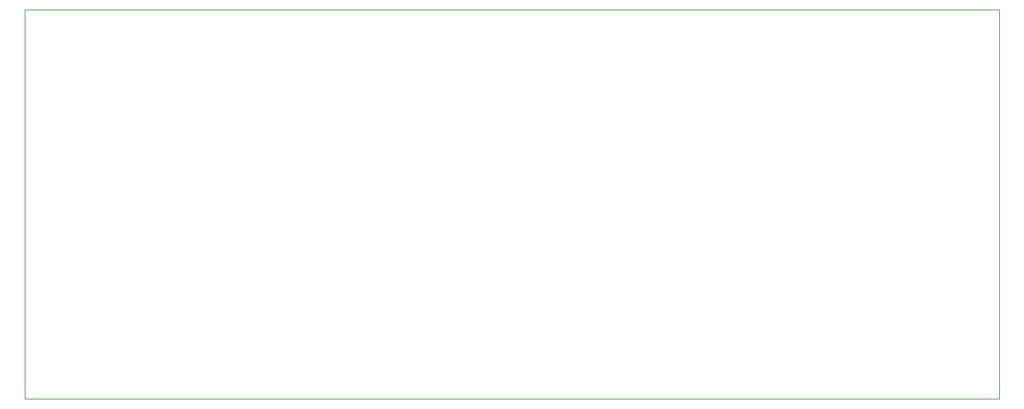
<source format=gbr>
%TF.GenerationSoftware,KiCad,Pcbnew,9.0.6*%
%TF.CreationDate,2025-11-30T01:16:05+01:00*%
%TF.ProjectId,Robobuoy_BMS_S6_V1_0,526f626f-6275-46f7-995f-424d535f5336,rev?*%
%TF.SameCoordinates,Original*%
%TF.FileFunction,Profile,NP*%
%FSLAX46Y46*%
G04 Gerber Fmt 4.6, Leading zero omitted, Abs format (unit mm)*
G04 Created by KiCad (PCBNEW 9.0.6) date 2025-11-30 01:16:05*
%MOMM*%
%LPD*%
G01*
G04 APERTURE LIST*
%TA.AperFunction,Profile*%
%ADD10C,0.100000*%
%TD*%
G04 APERTURE END LIST*
D10*
X50000000Y-96000000D02*
X170000000Y-96000000D01*
X170000000Y-144000000D02*
X50000000Y-144000000D01*
X170000000Y-96000000D02*
X170000000Y-144000000D01*
X50000000Y-144000000D02*
X50000000Y-96000000D01*
M02*

</source>
